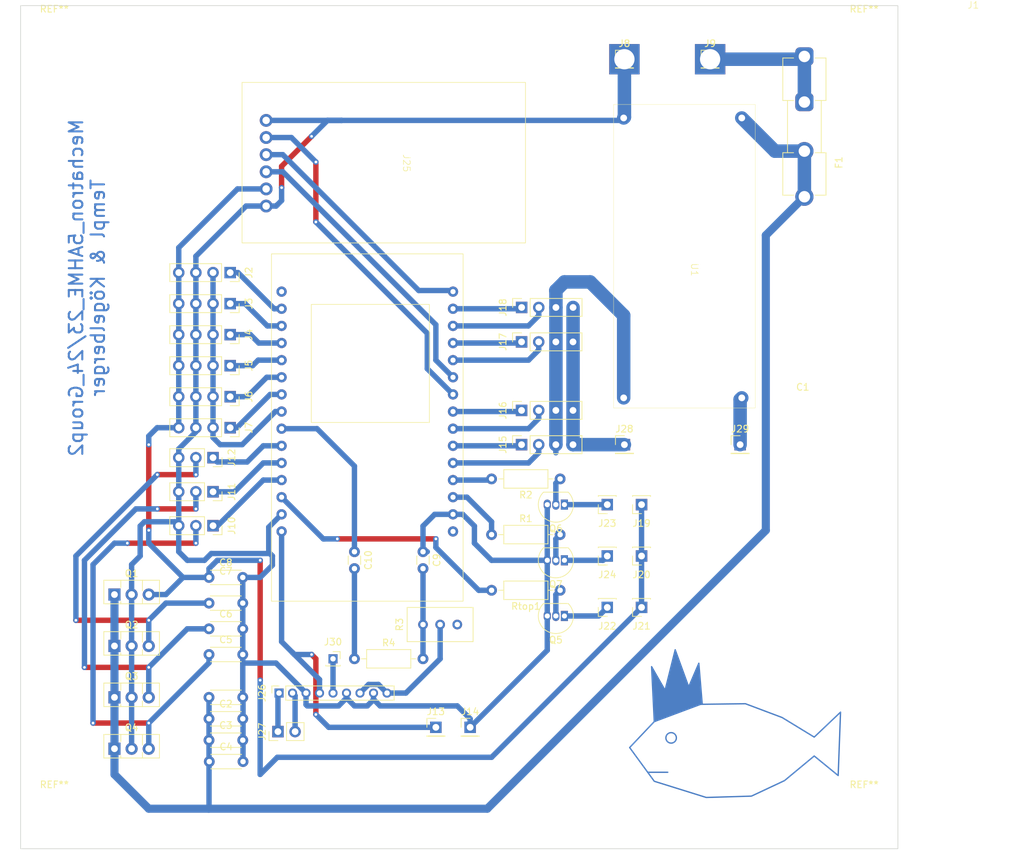
<source format=kicad_pcb>
(kicad_pcb (version 20221018) (generator pcbnew)
  (layers (0 "F.Cu" signal) (31 "B.Cu" signal) (34 "B.Paste" user) (35 "F.Paste" user) (36 "B.SilkS" user "B.Silkscreen") (37 "F.SilkS" user "F.Silkscreen") (38 "B.Mask" user) (39 "F.Mask" user) (44 "Edge.Cuts" user))
  (net 0 "")
  (net 1 "Net-(J11-Pin_2)")
  (net 2 "Net-(J10-Pin_2)")
  (net 3 "Net-(J12-Pin_2)")
  (net 4 "Net-(J22-Pin_1)")
  (net 5 "Net-(J23-Pin_1)")
  (net 6 "Net-(J10-Pin_3)")
  (net 7 "Net-(J24-Pin_1)")
  (net 8 "Net-(C9-Pad2)")
  (net 9 "Net-(C10-Pad1)")
  (net 10 "Net-(C10-Pad2)")
  (net 11 "Net-(J9-Pin_1)")
  (net 12 "Net-(Q1-C)")
  (net 14 "Net-(J2-Pin_1)")
  (net 15 "Net-(J3-Pin_1)")
  (net 17 "Net-(J4-Pin_1)")
  (net 18 "Net-(J5-Pin_1)")
  (net 19 "Net-(J6-Pin_1)")
  (net 20 "Net-(J7-Pin_1)")
  (net 21 "Net-(J2-Pin_2)")
  (net 22 "Net-(J12-Pin_1)")
  (net 23 "Net-(J11-Pin_1)")
  (net 24 "Net-(J10-Pin_1)")
  (net 25 "Net-(J1-Pad20)")
  (net 26 "Net-(J1-Pad21)")
  (net 27 "Net-(J1-Pad22)")
  (net 28 "Net-(J15-Pin_2)")
  (net 29 "Net-(J15-Pin_1)")
  (net 30 "Net-(J16-Pin_2)")
  (net 31 "Net-(J16-Pin_1)")
  (net 32 "Net-(J25-Pin_5)")
  (net 33 "Net-(J25-Pin_4)")
  (net 34 "Net-(J25-Pin_3)")
  (net 35 "Net-(J18-Pin_1)")
  (net 36 "Net-(J17-Pin_1)")
  (net 37 "Net-(J18-Pin_2)")
  (net 38 "Net-(J17-Pin_2)")
  (net 39 "Net-(J13-Pin_1)")
  (net 40 "Net-(J15-Pin_3)")
  (net 41 "Net-(J15-Pin_4)")
  (net 42 "Net-(J19-Pin_1)")
  (net 43 "Net-(J26-Pin_1)")
  (net 44 "Net-(J29-Pin_1)")
  (net 45 "Net-(Q5-B)")
  (net 46 "Net-(Q6-B)")
  (net 47 "Net-(Q7-B)")
  (net 48 "Net-(J26-Pin_2)")
  (net 49 "Net-(J26-Pin_5)")
  (net 50 "Net-(J26-Pin_7)")
  (footprint "Connector_PinSocket_2.54mm:PinSocket_1x01_P2.54mm_Vertical" (layer "F.Cu") (at 112.014 101.6 180)
    (fp_text reference "J20")
    (fp_text value "V_LED_1")
  )
  (footprint "Connector_PinSocket_2.54mm:PinSocket_1x01_P2.54mm_Vertical" (layer "F.Cu") (at 112.014 93.98 180)
    (fp_text reference "J19")
    (fp_text value "V_LED_2")
  )
  (footprint "Connector_PinSocket_2.54mm:PinSocket_1x04_P2.54mm_Vertical" (layer "F.Cu") (at 94.234 69.85 90)
    (fp_text reference "J17")
    (fp_text value "Motor_3")
  )
  (footprint "Connector_PinSocket_2.54mm:PinSocket_1x01_P2.54mm_Vertical" (layer "F.Cu") (at 106.934 93.98 180)
    (fp_text reference "J23")
    (fp_text value "GND_LED_2")
  )
  (footprint "Connector_PinHeader_2.54mm:PinHeader_1x02_P2.54mm_Vertical" (layer "F.Cu") (at 58.134 127.635 90)
    (fp_text reference "J27")
    (fp_text value "Speaker")
  )
  (footprint "Package_TO_SOT_THT:TO-92_Inline" (layer "F.Cu") (at 100.584 110.49 180)
    (fp_text reference "Q5")
    (fp_text value "LED_top")
  )
  (footprint "Connector_PinSocket_2.54mm:PinSocket_1x04_P2.54mm_Vertical" (layer "F.Cu") (at 94.234 85.09 90)
    (fp_text reference "J15")
    (fp_text value "Motor_1")
  )
  (footprint "Connector_PinSocket_2.54mm:PinSocket_1x04_P2.54mm_Vertical" (layer "F.Cu") (at 51.054 64.178 -90)
    (fp_text reference "J3")
    (fp_text value "Left_Front")
  )
  (footprint "Connector_PinSocket_2.54mm:PinSocket_1x04_P2.54mm_Vertical" (layer "F.Cu") (at 94.234 80.01 90)
    (fp_text reference "J16")
    (fp_text value "Motor_2")
  )
  (footprint "Package_TO_SOT_THT:TO-126-3_Vertical" (layer "F.Cu") (at 33.909 114.935)
    (fp_text reference "Q2")
    (fp_text value "LR_3")
  )
  (footprint "Capacitor_THT:C_Disc_D4.3mm_W1.9mm_P5.00mm" (layer "F.Cu") (at 47.919 125.73)
    (fp_text reference "C2")
    (fp_text value "C_Polarized")
  )
  (footprint "Resistor_THT:R_Axial_DIN0207_L6.3mm_D2.5mm_P10.16mm_Horizontal" (layer "F.Cu") (at 99.949 106.68 180)
    (fp_text reference "Rtop1")
    (fp_text value "R")
  )
  (footprint "MountingHole:MountingHole_3.5mm" (layer "F.Cu") (at 145 140)
    (fp_text reference "REF**")
    (fp_text value "MountingHole_3.5mm")
  )
  (footprint "Package_TO_SOT_THT:TO-126-3_Vertical" (layer "F.Cu") (at 33.909 130.175)
    (fp_text reference "Q4")
    (fp_text value "LR_1")
  )
  (footprint "Capacitor_THT:C_Disc_D4.3mm_W1.9mm_P5.00mm" (layer "F.Cu") (at 47.919 128.905)
    (fp_text reference "C3")
    (fp_text value "C_Polarized")
  )
  (footprint "Connector_PinSocket_2.54mm:PinSocket_1x03_P2.54mm_Vertical" (layer "F.Cu") (at 48.514 87.02 -90)
    (fp_text reference "J12")
    (fp_text value "Servo_3")
  )
  (footprint "Connector_PinSocket_2.54mm:PinSocket_1x03_P2.54mm_Vertical" (layer "F.Cu") (at 48.514 97.105 -90)
    (fp_text reference "J10")
    (fp_text value "Servo_1")
  )
  (footprint "Capacitor_THT:C_Disc_D4.3mm_W1.9mm_P5.00mm" (layer "F.Cu") (at 47.919 116.205)
    (fp_text reference "C5")
    (fp_text value "C_Polarized")
  )
  (footprint "Capacitor_THT:C_Disc_D4.3mm_W1.9mm_P5.00mm" (layer "F.Cu") (at 47.959 132.08)
    (fp_text reference "C4")
    (fp_text value "C_Polarized")
  )
  (footprint "MountingHole:MountingHole_3.5mm" (layer "F.Cu") (at 25 25)
    (fp_text reference "REF**")
    (fp_text value "MountingHole_3.5mm")
  )
  (footprint "Connector_PinSocket_2.54mm:PinSocket_1x04_P2.54mm_Vertical" (layer "F.Cu") (at 51.054 68.778 -90)
    (fp_text reference "J4")
    (fp_text value "Left_Back")
  )
  (footprint "Connector_PinHeader_2.54mm:PinHeader_1x01_P2.54mm_Vertical" (layer "F.Cu") (at 122.174 27.94)
    (fp_text reference "J9")
    (fp_text value "V_Battery_Switch")
  )
  (footprint "Connector_PinHeader_2.54mm:PinHeader_1x01_P2.54mm_Vertical" (layer "F.Cu") (at 81.534 127)
    (fp_text reference "J13")
    (fp_text value "V_ESP32")
  )
  (footprint "Connector_PinSocket_2.54mm:PinSocket_1x04_P2.54mm_Vertical" (layer "F.Cu") (at 51.054 73.378 -90)
    (fp_text reference "J5")
    (fp_text value "Back")
  )
  (footprint "Resistor_THT:R_Axial_DIN0207_L6.3mm_D2.5mm_P10.16mm_Horizontal" (layer "F.Cu") (at 69.469 116.84)
    (fp_text reference "R4")
    (fp_text value "R_Variable")
  )
  (footprint "Package_TO_SOT_THT:TO-92_Inline" (layer "F.Cu") (at 100.584 93.98 180)
    (fp_text reference "Q6")
    (fp_text value "LED_2")
  )
  (footprint "Connector_PinHeader_2.54mm:PinHeader_1x01_P2.54mm_Vertical" (layer "F.Cu") (at 126.619 85.09)
    (fp_text reference "J29")
    (fp_text value "Conn_01x01_Pin")
  )
  (footprint "Resistor_THT:R_Axial_DIN0207_L6.3mm_D2.5mm_P10.16mm_Horizontal" (layer "F.Cu") (at 99.949 90.17 180)
    (fp_text reference "R2")
    (fp_text value "R")
  )
  (footprint "Library:ESP32" (layer "F.Cu") (at 59.574 101.2)
    (fp_text reference "J1")
    (fp_text value "Conn_01x15_Socket")
  )
  (footprint "Library:Spannungsregler" (layer "F.Cu") (at 126.864 36.65 -90)
    (fp_text reference "U1")
    (fp_text value "~")
  )
  (footprint "Connector_PinSocket_2.54mm:PinSocket_1x01_P2.54mm_Vertical" (layer "F.Cu") (at 106.934 109.22 180)
    (fp_text reference "J22")
    (fp_text value "GND_LED_top")
  )
  (footprint "Resistor_THT:R_Axial_DIN0207_L6.3mm_D2.5mm_P10.16mm_Horizontal" (layer "F.Cu") (at 89.789 98.425)
    (fp_text reference "R1")
    (fp_text value "R")
  )
  (footprint "Capacitor_THT:C_Disc_D4.3mm_W1.9mm_P5.00mm" (layer "F.Cu") (at 47.919 122.555)
    (fp_text reference "C1")
    (fp_text value "C_Polarized")
  )
  (footprint "Capacitor_THT:C_Disc_D3.0mm_W1.6mm_P2.50mm" (layer "F.Cu") (at 79.629 100.965 -90)
    (fp_text reference "C9")
    (fp_text value "C")
  )
  (footprint "Package_TO_SOT_THT:TO-126-3_Vertical" (layer "F.Cu") (at 33.909 122.555)
    (fp_text reference "Q3")
    (fp_text value "LR_2")
  )
  (footprint "Capacitor_THT:C_Disc_D4.3mm_W1.9mm_P5.00mm" (layer "F.Cu") (at 47.919 108.585)
    (fp_text reference "C7")
    (fp_text value "C_Polarized")
  )
  (footprint "Connector_PinSocket_2.54mm:PinSocket_1x01_P2.54mm_Vertical" (layer "F.Cu") (at 112.014 109.22 180)
    (fp_text reference "J21")
    (fp_text value "V_LED_top")
  )
  (footprint "Capacitor_THT:C_Disc_D4.3mm_W1.9mm_P5.00mm" (layer "F.Cu") (at 47.919 104.775)
    (fp_text reference "C8")
    (fp_text value "C_Polarized")
  )
  (footprint "Package_TO_SOT_THT:TO-92_Inline" (layer "F.Cu") (at 100.584 102.235 180)
    (fp_text reference "Q7")
    (fp_text value "LED_1")
  )
  (footprint "Fuse:Fuseholder_Clip-5x20mm_Eaton_1A5601-01_Inline_P20.80x6.76mm_D1.70mm_Horizontal" (layer "F.Cu") (at 136.144 27.53 -90)
    (fp_text reference "F1")
    (fp_text value "Fuse")
  )
  (footprint "Connector_PinSocket_2.54mm:PinSocket_1x04_P2.54mm_Vertical" (layer "F.Cu") (at 51.054 59.578 -90)
    (fp_text reference "J2")
    (fp_text value "Front")
  )
  (footprint "Connector_PinSocket_2.54mm:PinSocket_1x03_P2.54mm_Vertical" (layer "F.Cu") (at 48.514 92.075 -90)
    (fp_text reference "J11")
    (fp_text value "Servo_2")
  )
  (footprint "Capacitor_THT:C_Disc_D4.3mm_W1.9mm_P5.00mm" (layer "F.Cu") (at 47.919 112.395)
    (fp_text reference "C6")
    (fp_text value "C_Polarized")
  )
  (footprint "Capacitor_THT:C_Disc_D3.0mm_W1.6mm_P2.50mm" (layer "F.Cu") (at 69.469 100.965 -90)
    (fp_text reference "C10")
    (fp_text value "C")
  )
  (footprint "Connector_PinSocket_2.00mm:PinSocket_1x01_P2.00mm_Vertical" (layer "F.Cu") (at 66.294 116.84)
    (fp_text reference "J30")
    (fp_text value "SW")
  )
  (footprint "Connector_PinHeader_2.54mm:PinHeader_1x01_P2.54mm_Vertical" (layer "F.Cu") (at 109.474 27.94)
    (fp_text reference "J8")
    (fp_text value "GND_Battery")
  )
  (footprint "Connector_PinSocket_2.54mm:PinSocket_1x04_P2.54mm_Vertical" (layer "F.Cu") (at 51.054 82.578 -90)
    (fp_text reference "J7")
    (fp_text value "Right_Front")
  )
  (footprint "Connector_PinSocket_2.54mm:PinSocket_1x01_P2.54mm_Vertical" (layer "F.Cu") (at 106.934 101.6 180)
    (fp_text reference "J24")
    (fp_text value "GND_LED_1")
  )
  (footprint "Connector_PinHeader_2.54mm:PinHeader_1x01_P2.54mm_Vertical" (layer "F.Cu") (at 86.614 127)
    (fp_text reference "J14")
    (fp_text value "GND_ESP32")
  )
  (footprint "MountingHole:MountingHole_3.5mm" (layer "F.Cu") (at 25 140)
    (fp_text reference "REF**")
    (fp_text value "MountingHole_3.5mm")
  )
  (footprint "MountingHole:MountingHole_3.5mm" (layer "F.Cu") (at 145 25)
    (fp_text reference "REF**")
    (fp_text value "MountingHole_3.5mm")
  )
  (footprint "Connector_PinSocket_2.54mm:PinSocket_1x04_P2.54mm_Vertical" (layer "F.Cu") (at 51.054 77.978 -90)
    (fp_text reference "J6")
    (fp_text value "Right_Back")
  )
  (footprint "Connector_PinHeader_2.54mm:PinHeader_1x01_P2.54mm_Vertical" (layer "F.Cu") (at 109.474 85.09)
    (fp_text reference "J28")
    (fp_text value "Conn_01x01_Pin")
  )
  (footprint "Connector_PinSocket_2.00mm:PinSocket_1x09_P2.00mm_Vertical" (layer "F.Cu") (at 58.294 121.92 90)
    (fp_text reference "J26")
    (fp_text value "AUDIOAMP")
  )
  (footprint "Potentiometer_THT:Potentiometer_Bourns_3386C_Horizontal" (layer "F.Cu") (at 79.629 111.76 90)
    (fp_text reference "R3")
    (fp_text value "R_Variable")
  )
  (footprint "Package_TO_SOT_THT:TO-126-3_Vertical" (layer "F.Cu") (at 33.909 107.315)
    (fp_text reference "Q1")
    (fp_text value "LR_LED_Sensors")
  )
  (footprint "Connector_PinSocket_2.54mm:PinSocket_1x04_P2.54mm_Vertical" (layer "F.Cu") (at 94.244 64.745 90)
    (fp_text reference "J18")
    (fp_text value "Motor_4")
  )
  (footprint "Library:SDcard_reader" (layer "F.Cu") (at 94.814 31.38 -90)
    (fp_text reference "J25")
    (fp_text value "SD-Card-Reader" hide)
  )
  (gr_poly (pts (xy 113.9 126.15) (xy 113.5 118) (xy 115.5 121.5) (xy 117 115.5) (xy 119 121) (xy 120.5 117.5) (xy 121 123.5)) (stroke (width 0.2)) (fill solid) (layer "B.Cu"))
  (gr_poly (pts (xy 110.25 130) (xy 113.9 126.15) (xy 119.6 123.6) (xy 127.4 123.5) (xy 132.85 125.55) (xy 137.6 128.45) (xy 141.5 124.75) (xy 141.15 134.15) (xy 137.6 131.25) (xy 133.2 134.9) (xy 128.3 137.2) (xy 121.6 137.4) (xy 113.9 135)) (stroke (width 0.2)) (fill none) (layer "B.Cu"))
  (gr_line (start 112.947428 133.664136) (end 115.897428 133.664136) (stroke (width 0.2)) (layer "B.Cu"))
  (gr_circle (center 119.047428 121.586319) (end 119.047428 121.586319) (stroke (width 0.2)) (fill none) (layer "B.Cu"))
  (gr_circle (center 116.397428 128.564136) (end 116.947428 128.014136) (stroke (width 0.2)) (fill none) (layer "B.Cu"))
  (gr_rect (start 20 20) (end 150 145) (stroke (width 0.1)) (fill none) (layer "Edge.Cuts"))
  (gr_text "Mechatron_5AHME_23/24_Group2\nTempl & Kögelberger" (at 32.62 61.83 90) (layer "B.Cu") (effects (font (size 2 2) (thickness 0.3) bold) (justify bottom mirror)))
  (segment (start 29.464 118.11) (end 38.989 118.11) (width 0.8) (layer "F.Cu") (net 1))
  (segment (start 40.259 94.615) (end 45.974 94.615) (width 0.8) (layer "F.Cu") (net 1))
  (via (at 29.464 118.11) (size 0.8) (drill 0.4) (layers "F.Cu" "B.Cu") (net 1))
  (via (at 45.974 94.615) (size 0.8) (drill 0.4) (layers "F.Cu" "B.Cu") (net 1))
  (via (at 38.989 118.11) (size 0.8) (drill 0.4) (layers "F.Cu" "B.Cu") (net 1))
  (via (at 40.259 94.615) (size 0.8) (drill 0.4) (layers "F.Cu" "B.Cu") (net 1))
  (segment (start 45.974 92.075) (end 45.974 94.615) (width 0.8) (layer "B.Cu") (net 1))
  (segment (start 47.919 112.395) (end 44.704 112.395) (width 0.8) (layer "B.Cu") (net 1))
  (segment (start 38.989 122.555) (end 38.989 118.11) (width 0.8) (layer "B.Cu") (net 1))
  (segment (start 37.084 94.615) (end 40.259 94.615) (width 0.8) (layer "B.Cu") (net 1))
  (segment (start 29.464 118.11) (end 29.464 102.235) (width 0.8) (layer "B.Cu") (net 1))
  (segment (start 29.464 102.235) (end 37.084 94.615) (width 0.8) (layer "B.Cu") (net 1))
  (segment (start 44.704 112.395) (end 38.989 118.11) (width 0.8) (layer "B.Cu") (net 1))
  (segment (start 30.734 126.365) (end 38.989 126.365) (width 0.8) (layer "F.Cu") (net 2))
  (segment (start 35.814 99.695) (end 45.974 99.695) (width 0.8) (layer "F.Cu") (net 2))
  (via (at 38.989 126.365) (size 0.8) (drill 0.4) (layers "F.Cu" "B.Cu") (net 2))
  (via (at 35.814 99.695) (size 0.8) (drill 0.4) (layers "F.Cu" "B.Cu") (net 2))
  (via (at 45.974 99.695) (size 0.8) (drill 0.4) (layers "F.Cu" "B.Cu") (net 2))
  (via (at 30.734 126.365) (size 0.8) (drill 0.4) (layers "F.Cu" "B.Cu") (net 2))
  (segment (start 30.734 102.87) (end 33.909 99.695) (width 0.8) (layer "B.Cu") (net 2))
  (segment (start 33.909 99.695) (end 35.814 99.695) (width 0.8) (layer "B.Cu") (net 2))
  (segment (start 38.989 130.175) (end 38.989 126.365) (width 0.8) (layer "B.Cu") (net 2))
  (segment (start 30.734 126.365) (end 30.734 102.87) (width 0.8) (layer "B.Cu") (net 2))
  (segment (start 47.919 117.435) (end 38.989 126.365) (width 0.8) (layer "B.Cu") (net 2))
  (segment (start 47.919 116.205) (end 47.919 117.435) (width 0.8) (layer "B.Cu") (net 2))
  (segment (start 45.974 97.105) (end 45.974 99.695) (width 0.8) (layer "B.Cu") (net 2))
  (segment (start 40.259 89.535) (end 45.974 89.535) (width 0.8) (layer "F.Cu") (net 3))
  (segment (start 28.194 111.125) (end 38.989 111.125) (width 0.8) (layer "F.Cu") (net 3))
  (via (at 28.194 111.125) (size 0.8) (drill 0.4) (layers "F.Cu" "B.Cu") (net 3))
  (via (at 38.989 111.125) (size 0.8) (drill 0.4) (layers "F.Cu" "B.Cu") (net 3))
  (via (at 45.974 89.535) (size 0.8) (drill 0.4) (layers "F.Cu" "B.Cu") (net 3))
  (via (at 40.259 89.535) (size 0.8) (drill 0.4) (layers "F.Cu" "B.Cu") (net 3))
  (segment (start 41.529 108.585) (end 38.989 111.125) (width 0.8) (layer "B.Cu") (net 3))
  (segment (start 40.259 89.535) (end 28.194 101.6) (width 0.8) (layer "B.Cu") (net 3))
  (segment (start 47.919 108.585) (end 41.529 108.585) (width 0.8) (layer "B.Cu") (net 3))
  (segment (start 38.989 114.935) (end 38.989 111.125) (width 0.8) (layer "B.Cu") (net 3))
  (segment (start 28.194 101.6) (end 28.194 111.125) (width 0.8) (layer "B.Cu") (net 3))
  (segment (start 45.974 87.02) (end 45.974 89.535) (width 0.8) (layer "B.Cu") (net 3))
  (segment (start 105.664 110.49) (end 106.934 109.22) (width 0.8) (layer "B.Cu") (net 4))
  (segment (start 100.584 110.49) (end 105.664 110.49) (width 0.8) (layer "B.Cu") (net 4))
  (segment (start 100.584 93.98) (end 106.934 93.98) (width 0.8) (layer "B.Cu") (net 5))
  (segment (start 63.119 39.37) (end 58.674 43.815) (width 0.8) (layer "F.Cu") (net 6))
  (segment (start 58.674 43.815) (end 58.674 46.99) (width 0.8) (layer "F.Cu") (net 6))
  (via (at 58.674 46.99) (size 0.8) (drill 0.4) (layers "F.Cu" "B.Cu") (net 6))
  (via (at 63.119 39.37) (size 0.8) (drill 0.4) (layers "F.Cu" "B.Cu") (net 6))
  (segment (start 79.629 100.965) (end 80.264 100.965) (width 0.8) (layer "B.Cu") (net 6))
  (segment (start 52.959 122.595) (end 52.919 122.555) (width 0.8) (layer "B.Cu") (net 6))
  (segment (start 84.074 95.42) (end 85.514 95.42) (width 0.8) (layer "B.Cu") (net 6))
  (segment (start 71.374 123.825) (end 69.469 123.825) (width 0.8) (layer "B.Cu") (net 6))
  (segment (start 44.704 102.235) (end 47.244 102.235) (width 0.8) (layer "B.Cu") (net 6))
  (segment (start 68.294 122.65) (end 68.294 121.92) (width 0.8) (layer "B.Cu") (net 6))
  (segment (start 43.434 97.105) (end 42.849 96.52) (width 0.8) (layer "B.Cu") (net 6))
  (segment (start 43.434 100.965) (end 43.434 97.105) (width 0.8) (layer "B.Cu") (net 6))
  (segment (start 89.789 102.235) (end 98.044 102.235) (width 0.8) (layer "B.Cu") (net 6))
  (segment (start 56.769 97.325) (end 56.769 101.057) (width 0.8) (layer "B.Cu") (net 6))
  (segment (start 36.449 114.935) (end 36.449 108.585) (width 0.8) (layer "B.Cu") (net 6))
  (segment (start 67.564 37.01) (end 65.479 37.01) (width 0.8) (layer "B.Cu") (net 6))
  (segment (start 81.364 95.42) (end 84.074 95.42) (width 0.8) (layer "B.Cu") (net 6))
  (segment (start 62.484 123.825) (end 67.119 123.825) (width 0.8) (layer "B.Cu") (net 6))
  (segment (start 62.294 123.635) (end 62.484 123.825) (width 0.8) (layer "B.Cu") (net 6))
  (segment (start 65.479 37.01) (end 63.119 39.37) (width 0.8) (layer "B.Cu") (net 6))
  (segment (start 45.974 57.15) (end 53.414 49.71) (width 0.8) (layer "B.Cu") (net 6))
  (segment (start 52.919 122.555) (end 52.919 116.205) (width 0.8) (layer "B.Cu") (net 6))
  (segment (start 45.974 59.578) (end 45.974 57.15) (width 0.8) (layer "B.Cu") (net 6))
  (segment (start 86.614 125.73) (end 84.709 123.825) (width 0.8) (layer "B.Cu") (net 6))
  (segment (start 47.244 102.235) (end 48.244 101.235) (width 0.8) (layer "B.Cu") (net 6))
  (segment (start 52.919 116.205) (end 52.919 104.775) (width 0.8) (layer "B.Cu") (net 6))
  (segment (start 86.614 127) (end 86.614 125.73) (width 0.8) (layer "B.Cu") (net 6))
  (segment (start 84.709 123.825) (end 73.279 123.825) (width 0.8) (layer "B.Cu") (net 6))
  (segment (start 43.434 85.725) (end 45.974 83.185) (width 0.8) (layer "B.Cu") (net 6))
  (segment (start 79.629 97.155) (end 81.364 95.42) (width 0.8) (layer "B.Cu") (net 6))
  (segment (start 57.849 117.475) (end 52.919 117.475) (width 0.8) (layer "B.Cu") (net 6))
  (segment (start 43.434 87.02) (end 43.434 85.725) (width 0.8) (layer "B.Cu") (net 6))
  (segment (start 45.974 83.185) (end 45.974 82.578) (width 0.8) (layer "B.Cu") (net 6))
  (segment (start 36.449 130.175) (end 36.449 114.935) (width 0.8) (layer "B.Cu") (net 6))
  (segment (start 72.294 122.84) (end 72.294 122.905) (width 0.8) (layer "B.Cu") (net 6))
  (segment (start 79.629 100.965) (end 79.629 97.155) (width 0.8) (layer "B.Cu") (net 6))
  (segment (start 62.294 121.92) (end 62.294 123.635) (width 0.8) (layer "B.Cu") (net 6))
  (segment (start 109.474 27.94) (end 109.474 36.54) (width 2) (layer "B.Cu") (net 6))
  (segment (start 43.434 97.105) (end 43.434 87.02) (width 0.8) (layer "B.Cu") (net 6))
  (segment (start 98.044 93.98) (end 98.044 110.49) (width 0.8) (layer "B.Cu") (net 6))
  (segment (start 57.859 49.71) (end 58.039 49.53) (width 0.8) (layer "B.Cu") (net 6))
  (segment (start 42.849 96.52) (end 38.354 96.52) (width 0.8) (layer "B.Cu") (net 6))
  (segment (start 67.564 37.01) (end 109.004 37.01) (width 0.8) (layer "B.Cu") (net 6))
  (segment (start 58.674 95.42) (end 56.769 97.325) (width 0.8) (layer "B.Cu") (net 6))
  (segment (start 98.044 115.57) (end 98.044 110.49) (width 0.8) (layer "B.Cu") (net 6))
  (segment (start 87.249 97.155) (end 87.249 99.695) (width 0.8) (layer "B.Cu") (net 6))
  (segment (start 58.039 49.53) (end 58.674 48.895) (width 0.8) (layer "B.Cu") (net 6))
  (segment (start 48.244 101.235) (end 56.947 101.235) (width 0.8) (layer "B.Cu") (net 6))
  (segment (start 56.947 101.235) (end 57.312 101.6) (width 0.8) (layer "B.Cu") (net 6))
  (segment (start 57.312 102.962) (end 55.499 104.775) (width 0.8) (layer "B.Cu") (net 6))
  (segment (start 109.004 37.01) (end 109.364 36.65) (width 0.8) (layer "B.Cu") (net 6))
  (segment (start 87.249 99.695) (end 89.789 102.235) (width 0.8) (layer "B.Cu") (net 6))
  (segment (start 72.294 122.905) (end 71.374 123.825) (width 0.8) (layer "B.Cu") (net 6))
  (segment (start 55.499 104.775) (end 52.919 104.775) (width 0.8) (layer "B.Cu") (net 6))
  (segment (start 72.294 121.92) (end 72.294 122.84) (width 0.8) (layer "B.Cu") (net 6))
  (segment (start 43.434 100.965) (end 44.704 102.235) (width 0.8) (layer "B.Cu") (net 6))
  (segment (start 56.769 101.057) (end 57.312 101.6) (width 0.8) (layer "B.Cu") (net 6))
  (segment (start 56.384 37.01) (end 67.564 37.01) (width 0.8) (layer "B.Cu") (net 6))
  (segment (start 86.614 126.365) (end 86.614 127) (width 0.8) (layer "B.Cu") (net 6))
  (segment (start 57.312 101.6) (end 57.312 102.962) (width 0.8) (layer "B.Cu") (net 6))
  (segment (start 85.514 95.42) (end 87.249 97.155) (width 0.8) (layer "B.Cu") (net 6))
  (segment (start 36.449 102.87) (end 36.449 107.315) (width 0.8) (layer "B.Cu") (net 6))
  (segment (start 52.959 132.08) (end 52.959 122.595) (width 0.8) (layer "B.Cu") (net 6))
  (segment (start 73.279 123.825) (end 72.294 122.84) (width 0.8) (layer "B.Cu") (net 6))
  (segment (start 67.119 123.825) (end 68.294 122.65) (width 0.8) (layer "B.Cu") (net 6))
  (segment (start 69.469 123.825) (end 68.294 122.65) (width 0.8) (layer "B.Cu") (net 6))
  (segment (start 38.354 96.52) (end 37.719 97.155) (width 0.8) (layer "B.Cu") (net 6))
  (segment (start 45.974 59.578) (end 45.974 82.578) (width 0.8) (layer "B.Cu") (net 6))
  (segment (start 58.674 48.895) (end 58.674 46.99) (width 0.8) (layer "B.Cu") (net 6))
  (segment (start 62.294 121.92) (end 57.849 117.475) (width 0.8) (layer "B.Cu") (net 6))
  (segment (start 36.449 108.585) (end 36.449 107.315) (width 0.8) (layer "B.Cu") (net 6))
  (segment (start 37.719 97.155) (end 37.719 101.6) (width 0.8) (layer "B.Cu") (net 6))
  (segment (start 109.474 36.54) (end 109.364 36.65) (width 2) (layer "B.Cu") (net 6))
  (segment (start 37.719 101.6) (end 36.449 102.87) (width 0.8) (layer "B.Cu") (net 6))
  (segment (start 86.614 127) (end 98.044 115.57) (width 0.8) (layer "B.Cu") (net 6))
  (segment (start 53.414 49.71) (end 56.384 49.71) (width 0.8) (layer "B.Cu") (net 6))
  (segment (start 56.384 49.71) (end 57.859 49.71) (width 0.8) (layer "B.Cu") (net 6))
  (segment (start 100.584 102.235) (end 106.299 102.235) (width 0.8) (layer "B.Cu") (net 7))
  (segment (start 106.299 102.235) (end 106.934 101.6) (width 0.8) (layer "B.Cu") (net 7))
  (segment (start 79.629 111.76) (end 79.629 103.465) (width 0.8) (layer "B.Cu") (net 8))
  (segment (start 79.629 116.84) (end 79.629 111.76) (width 0.8) (layer "B.Cu") (net 8))
  (segment (start 69.469 88.265) (end 63.924 82.72) (width 0.8) (layer "B.Cu") (net 9))
  (segment (start 63.924 82.72) (end 58.674 82.72) (width 0.8) (layer "B.Cu") (net 9))
  (segment (start 69.469 100.965) (end 69.469 88.265) (width 0.8) (layer "B.Cu") (net 9))
  (segment (start 69.469 103.465) (end 69.469 116.84) (width 0.8) (layer "B.Cu") (net 10))
  (segment (start 135.734 27.94) (end 136.144 27.53) (width 2) (layer "B.Cu") (net 11))
  (segment (start 136.144 34.29) (end 136.144 27.53) (width 2) (layer "B.Cu") (net 11))
  (segment (start 122.174 27.94) (end 135.734 27.94) (width 2) (layer "B.Cu") (net 11))
  (segment (start 130.429 97.79) (end 130.429 54.045) (width 1.2) (layer "B.Cu") (net 12))
  (segment (start 136.144 41.57) (end 136.144 48.33) (width 2) (layer "B.Cu") (net 12))
  (segment (start 130.429 54.045) (end 136.144 48.33) (width 1.2) (layer "B.Cu") (net 12))
  (segment (start 47.919 139.025) (end 47.919 122.555) (width 0.8) (layer "B.Cu") (net 12))
  (segment (start 33.909 107.315) (end 33.909 117.475) (width 1.2) (layer "B.Cu") (net 12))
  (segment (start 131.784 41.57) (end 126.864 36.65) (width 2) (layer "B.Cu") (net 12))
  (segment (start 47.879 139.065) (end 89.154 139.065) (width 1.2) (layer "B.Cu") (net 12))
  (segment (start 33.909 133.985) (end 38.989 139.065) (width 1.2) (layer "B.Cu") (net 12))
  (segment (start 136.214 48.26) (end 136.144 48.33) (width 1.2) (layer "B.Cu") (net 12))
  (segment (start 33.909 117.475) (end 33.909 130.175) (width 1.2) (layer "B.Cu") (net 12))
  (segment (start 47.879 139.065) (end 47.919 139.025) (width 0.8) (layer "B.Cu") (net 12))
  (segment (start 38.989 139.065) (end 47.879 139.065) (width 1.2) (layer "B.Cu") (net 12))
  (segment (start 89.154 139.065) (end 130.429 97.79) (width 1.2) (layer "B.Cu") (net 12))
  (segment (start 33.909 130.175) (end 33.909 133.985) (width 1.2) (layer "B.Cu") (net 12))
  (segment (start 136.144 41.57) (end 131.784 41.57) (width 2) (layer "B.Cu") (net 12))
  (segment (start 57.574 64.94) (end 52.212 59.578) (width 0.8) (layer "B.Cu") (net 14))
  (segment (start 51.054 59.578) (end 52.212 59.578) (width 0.8) (layer "B.Cu") (net 14))
  (segment (start 58.674 64.94) (end 57.574 64.94) (width 0.8) (layer "B.Cu") (net 14))
  (segment (start 53.256 64.178) (end 56.558 67.48) (width 0.8) (layer "B.Cu") (net 15))
  (segment (start 56.558 67.48) (end 58.674 67.48) (width 0.8) (layer "B.Cu") (net 15))
  (segment (start 50.8 64.178) (end 53.256 64.178) (width 0.8) (layer "B.Cu") (net 15))
  (segment (start 54.046 68.778) (end 50.8 68.778) (width 0.8) (layer "B.Cu") (net 17))
  (segment (start 58.674 70.02) (end 55.288 70.02) (width 0.8) (layer "B.Cu") (net 17))
  (segment (start 55.288 70.02) (end 54.046 68.778) (width 0.8) (layer "B.Cu") (net 17))
  (segment (start 50.8 73.378) (end 54.384 73.378) (width 0.8) (layer "B.Cu") (net 18))
  (segment (start 54.384 73.378) (end 55.202 72.56) (width 0.8) (layer "B.Cu") (net 18))
  (segment (start 55.202 72.56) (end 58.674 72.56) (width 0.8) (layer "B.Cu") (net 18))
  (segment (start 53.594 77.978) (end 56.472 75.1) (width 0.8) (layer "B.Cu") (net 19))
  (segment (start 56.472 75.1) (end 58.674 75.1) (width 0.8) (layer "B.Cu") (net 19))
  (segment (start 50.8 77.978) (end 53.594 77.978) (width 0.8) (layer "B.Cu") (net 19))
  (segment (start 52.042 82.578) (end 51.054 82.578) (width 0.8) (layer "B.Cu") (net 20))
  (segment (start 52.042 82.578) (end 56.98 77.64) (width 0.8) (layer "B.Cu") (net 20))
  (segment (start 56.98 77.64) (end 58.674 77.64) (width 0.8) (layer "B.Cu") (net 20))
  (segment (start 48.514 82.578) (end 48.514 84.034081) (width 0.8) (layer "B.Cu") (net 21))
  (segment (start 57.742 80.18) (end 58.674 80.18) (width 0.8) (layer "B.Cu") (net 21))
  (segment (start 49.569919 85.09) (end 52.832 85.09) (width 0.8) (layer "B.Cu") (net 21))
  (segment (start 48.514 59.578) (end 48.514 82.578) (width 0.8) (layer "B.Cu") (net 21))
  (segment (start 48.514 84.034081) (end 49.569919 85.09) (width 0.8) (layer "B.Cu") (net 21))
  (segment (start 52.832 85.09) (end 57.742 80.18) (width 0.8) (layer "B.Cu") (net 21))
  (segment (start 53.569 87.655) (end 55.964 85.26) (width 0.8) (layer "B.Cu") (net 22))
  (segment (start 49.149 87.655) (end 53.569 87.655) (width 0.8) (layer "B.Cu") (net 22))
  (segment (start 55.964 85.26) (end 58.674 85.26) (width 0.8) (layer "B.Cu") (net 22))
  (segment (start 48.514 87.02) (end 49.149 87.655) (width 0.8) (layer "B.Cu") (net 22))
  (segment (start 51.689 92.075) (end 55.964 87.8) (width 0.8) (layer "B.Cu") (net 23))
  (segment (start 55.964 87.8) (end 58.674 87.8) (width 0.8) (layer "B.Cu") (net 23))
  (segment (start 48.514 92.075) (end 51.689 92.075) (width 0.8) (layer "B.Cu") (net 23))
  (segment (start 55.964 90.34) (end 49.199 97.105) (width 0.8) (layer "B.Cu") (net 24))
  (segment (start 49.199 97.105) (end 48.514 97.105) (width 0.8) (layer "B.Cu") (net 24))
  (segment (start 55.964 90.34) (end 58.674 90.34) (width 0.8) (layer "B.Cu") (net 24))
  (segment (start 66.929 99.06) (end 81.534 99.06) (width 0.8) (layer "F.Cu") (net 25))
  (via (at 66.929 99.06) (size 0.8) (drill 0.4) (layers "F.Cu" "B.Cu") (net 25))
  (via (at 81.534 99.06) (size 0.8) (drill 0.4) (layers "F.Cu" "B.Cu") (net 25))
  (segment (start 89.789 106.68) (end 87.884 106.68) (width 0.8) (layer "B.Cu") (net 25))
  (segment (start 64.854 99.06) (end 65.024 99.06) (width 0.8) (layer "B.Cu") (net 25))
  (segment (start 58.674 92.88) (end 64.854 99.06) (width 0.8) (layer "B.Cu") (net 25))
  (segment (start 65.024 99.06) (end 66.929 99.06) (width 0.8) (layer "B.Cu") (net 25))
  (segment (start 81.534 100.33) (end 81.534 99.06) (width 0.8) (layer "B.Cu") (net 25))
  (segment (start 87.884 106.68) (end 81.534 100.33) (width 0.8) (layer "B.Cu") (net 25))
  (segment (start 86.149 92.88) (end 89.789 96.52) (width 0.8) (layer "B.Cu") (net 26))
  (segment (start 89.789 96.52) (end 89.789 98.425) (width 0.8) (layer "B.Cu") (net 26))
  (segment (start 84.074 92.88) (end 86.149 92.88) (width 0.8) (layer "B.Cu") (net 26))
  (segment (start 84.074 90.34) (end 89.619 90.34) (width 0.8) (layer "B.Cu") (net 27))
  (segment (start 89.619 90.34) (end 89.789 90.17) (width 0.8) (layer "B.Cu") (net 27))
  (segment (start 84.074 87.8) (end 95.266081 87.8) (width 0.8) (layer "B.Cu") (net 28))
  (segment (start 96.774 86.292081) (end 96.774 85.09) (width 0.8) (layer "B.Cu") (net 28))
  (segment (start 95.266081 87.8) (end 96.774 86.292081) (width 0.8) (layer "B.Cu") (net 28))
  (segment (start 84.074 85.26) (end 94.064 85.26) (width 0.8) (layer "B.Cu") (net 29))
  (segment (start 94.064 85.26) (end 94.234 85.09) (width 0.8) (layer "B.Cu") (net 29))
  (segment (start 96.774 81.212081) (end 96.774 80.01) (width 0.8) (layer "B.Cu") (net 30))
  (segment (start 84.074 82.72) (end 95.266081 82.72) (width 0.8) (layer "B.Cu") (net 30))
  (segment (start 95.266081 82.72) (end 96.774 81.212081) (width 0.8) (layer "B.Cu") (net 30))
  (segment (start 94.064 80.18) (end 94.234 80.01) (width 0.8) (layer "B.Cu") (net 31))
  (segment (start 84.074 80.18) (end 94.064 80.18) (width 0.8) (layer "B.Cu") (net 31))
  (segment (start 63.754 43.18) (end 63.754 52.07) (width 0.8) (layer "F.Cu") (net 32))
  (via (at 63.754 52.07) (size 0.8) (drill 0.4) (layers "F.Cu" "B.Cu") (net 32))
  (via (at 63.754 43.18) (size 0.8) (drill 0.4) (layers "F.Cu" "B.Cu") (net 32))
  (segment (start 56.384 39.55) (end 60.124 39.55) (width 0.8) (layer "B.Cu") (net 32))
  (segment (start 60.124 39.55) (end 63.754 43.18) (width 0.8) (layer "B.Cu") (net 32))
  (segment (start 84.074 77.64) (end 80.264 73.83) (width 0.8) (layer "B.Cu") (net 32))
  (segment (start 80.264 68.58) (end 63.754 52.07) (width 0.8) (layer "B.Cu") (net 32))
  (segment (start 80.264 73.83) (end 80.264 68.58) (width 0.8) (layer "B.Cu") (net 32))
  (segment (start 78.994 62.23) (end 58.854 42.09) (width 0.8) (layer "B.Cu") (net 33))
  (segment (start 84.074 62.4) (end 83.904 62.23) (width 0.8) (layer "B.Cu") (net 33))
  (segment (start 83.904 62.23) (end 78.994 62.23) (width 0.8) (layer "B.Cu") (net 33))
  (segment (start 58.854 42.09) (end 56.384 42.09) (width 0.8) (layer "B.Cu") (net 33))
  (segment (start 56.384 44.63) (end 58.854 44.63) (width 0.8) (layer "B.Cu") (net 34))
  (segment (start 81.534 72.56) (end 84.074 75.1) (width 0.8) (layer "B.Cu") (net 34))
  (segment (start 81.534 67.31) (end 81.534 72.56) (width 0.8) (layer "B.Cu") (net 34))
  (segment (start 58.854 44.63) (end 81.534 67.31) (width 0.8) (layer "B.Cu") (net 34))
  (segment (start 94.049 64.94) (end 94.244 64.745) (width 0.8) (layer "B.Cu") (net 35))
  (segment (start 84.074 64.94) (end 94.049 64.94) (width 0.8) (layer "B.Cu") (net 35))
  (segment (start 84.074 70.02) (end 94.064 70.02) (width 0.8) (layer "B.Cu") (net 36))
  (segment (start 94.064 70.02) (end 94.234 69.85) (width 0.8) (layer "B.Cu") (net 36))
  (segment (start 95.251081 67.48) (end 96.784 65.947081) (width 0.8) (layer "B.Cu") (net 37))
  (segment (start 84.074 67.48) (end 95.251081 67.48) (width 0.8) (layer "B.Cu") (net 37))
  (segment (start 96.784 65.947081) (end 96.784 64.745) (width 0.8) (layer "B.Cu") (net 37))
  (segment (start 84.074 72.56) (end 95.266081 72.56) (width 0.8) (layer "B.Cu") (net 38))
  (segment (start 95.266081 72.56) (end 96.774 71.052081) (width 0.8) (layer "B.Cu") (net 38))
  (segment (start 96.774 71.052081) (end 96.774 69.85) (width 0.8) (layer "B.Cu") (net 38))
  (segment (start 63.754 125.095) (end 63.754 116.84) (width 0.8) (layer "F.Cu") (net 39))
  (segment (start 63.754 116.84) (end 63.119 116.205) (width 0.8) (layer "F.Cu") (net 39))
  (via (at 63.754 125.095) (size 0.8) (drill 0.4) (layers "F.Cu" "B.Cu") (net 39))
  (via (at 63.119 116.205) (size 0.8) (drill 0.4) (layers "F.Cu" "B.Cu") (net 39))
  (segment (start 58.674 114.3) (end 58.674 97.96) (width 0.8) (layer "B.Cu") (net 39))
  (segment (start 60.2615 115.8875) (end 60.579 116.205) (width 0.8) (layer "B.Cu") (net 39))
  (segment (start 64.294 121.92) (end 64.294 119.92) (width 0.8) (layer "B.Cu") (net 39))
  (segment (start 81.534 127) (end 65.659 127) (width 0.8) (layer "B.Cu") (net 39))
  (segment (start 60.2615 115.8875) (end 58.674 114.3) (width 0.8) (layer "B.Cu") (net 39))
  (segment (start 64.294 119.92) (end 60.2615 115.8875) (width 0.8) (layer "B.Cu") (net 39))
  (segment (start 60.579 116.205) (end 63.119 116.205) (width 0.8) (layer "B.Cu") (net 39))
  (segment (start 65.659 127) (end 63.754 125.095) (width 0.8) (layer "B.Cu") (net 39))
  (segment (start 104.394 60.96) (end 100.584 60.96) (width 2) (layer "B.Cu") (net 40))
  (segment (start 99.324 64.745) (end 99.324 85.08) (width 2) (layer "B.Cu") (net 40))
  (segment (start 109.364 78.15) (end 109.364 65.93) (width 2) (layer "B.Cu") (net 40))
  (segment (start 99.314 62.23) (end 99.324 62.24) (width 2) (layer "B.Cu") (net 40))
  (segment (start 99.324 62.24) (end 99.324 64.745) (width 2) (layer "B.Cu") (net 40))
  (segment (start 100.584 60.96) (end 99.314 62.23) (width 2) (layer "B.Cu") (net 40))
  (segment (start 109.364 65.93) (end 104.394 60.96) (width 2) (layer "B.Cu") (net 40))
  (segment (start 99.314 85.09) (end 99.314 86.292081) (width 0.8) (layer "B.Cu") (net 40))
  (segment (start 99.324 85.08) (end 99.314 85.09) (width 2) (layer "B.Cu") (net 40))
  (segment (start 109.474 85.09) (end 101.854 85.09) (width 2) (layer "B.Cu") (net 41))
  (segment (start 101.864 85.08) (end 101.854 85.09) (width 2) (layer "B.Cu") (net 41))
  (segment (start 101.864 64.745) (end 101.864 85.08) (width 2) (layer "B.Cu") (net 41))
  (segment (start 55.499 102.235) (end 55.499 120.015) (width 0.8) (layer "F.Cu") (net 42))
  (segment (start 38.989 85.09) (end 38.989 97.79) (width 0.8) (layer "F.Cu") (net 42))
  (via (at 55.499 120.015) (size 0.8) (drill 0.4) (layers "F.Cu" "B.Cu") (net 42))
  (via (at 38.989 85.09) (size 0.8) (drill 0.4) (layers "F.Cu" "B.Cu") (net 42))
  (via (at 38.989 97.79) (size 0.8) (drill 0.4) (layers "F.Cu" "B.Cu") (net 42))
  (via (at 55.499 102.235) (size 0.8) (drill 0.4) (layers "F.Cu" "B.Cu") (net 42))
  (segment (start 48.514 102.87) (end 49.149 102.235) (width 0.8) (layer "B.Cu") (net 42))
  (segment (start 43.434 82.578) (end 40.231 82.578) (width 0.8) (layer "B.Cu") (net 42))
  (segment (start 47.919 104.775) (end 47.919 103.465) (width 0.8) (layer "B.Cu") (net 42))
  (segment (start 43.434 59.578) (end 43.434 55.88) (width 0.8) (layer "B.Cu") (net 42))
  (segment (start 55.499 133.985) (end 58.039 131.445) (width 0.8) (layer "B.Cu") (net 42))
  (segment (start 112.014 109.22) (end 112.014 93.98) (width 0.8) (layer "B.Cu") (net 42))
  (segment (start 38.989 83.82) (end 38.989 85.09) (width 0.8) (layer "B.Cu") (net 42))
  (segment (start 44.069 104.775) (end 38.989 99.695) (width 0.8) (layer "B.Cu") (net 42))
  (segment (start 49.149 102.235) (end 55.499 102.235) (width 0.8) (layer "B.Cu") (net 42))
  (segment (start 52.144 47.17) (end 56.384 47.17) (width 0.8) (layer "B.Cu") (net 42))
  (segment (start 55.499 120.015) (end 55.499 133.985) (width 0.8) (layer "B.Cu") (net 42))
  (segment (start 47.919 103.465) (end 48.514 102.87) (width 0.8) (layer "B.Cu") (net 42))
  (segment (start 58.039 131.445) (end 89.789 131.445) (width 0.8) (layer "B.Cu") (net 42))
  (segment (start 41.529 107.315) (end 44.069 104.775) (width 0.8) (layer "B.Cu") (net 42))
  (segment (start 38.989 107.315) (end 41.529 107.315) (width 0.8) (layer "B.Cu") (net 42))
  (segment (start 38.989 99.695) (end 38.989 97.79) (width 0.8) (layer "B.Cu") (net 42))
  (segment (start 43.434 55.88) (end 52.144 47.17) (width 0.8) (layer "B.Cu") (net 42))
  (segment (start 89.789 131.445) (end 112.014 109.22) (width 0.8) (layer "B.Cu") (net 42))
  (segment (start 40.231 82.578) (end 38.989 83.82) (width 0.8) (layer "B.Cu") (net 42))
  (segment (start 44.069 104.775) (end 47.919 104.775) (width 0.8) (layer "B.Cu") (net 42))
  (segment (start 43.434 59.578) (end 43.434 82.578) (width 0.8) (layer "B.Cu") (net 42))
  (segment (start 58.134 127.635) (end 58.134 122.08) (width 0.8) (layer "B.Cu") (net 43))
  (segment (start 58.134 122.08) (end 58.294 121.92) (width 0.8) (layer "B.Cu") (net 43))
  (segment (start 126.619 85.09) (end 126.619 78.395) (width 2) (layer "B.Cu") (net 44))
  (segment (start 126.619 78.395) (end 126.864 78.15) (width 2) (layer "B.Cu") (net 44))
  (segment (start 99.314 110.49) (end 99.314 107.315) (width 0.8) (layer "B.Cu") (net 45))
  (segment (start 99.314 107.315) (end 99.949 106.68) (width 0.8) (layer "B.Cu") (net 45))
  (segment (start 99.314 93.98) (end 99.314 90.805) (width 0.8) (layer "B.Cu") (net 46))
  (segment (start 99.314 90.805) (end 99.949 90.17) (width 0.8) (layer "B.Cu") (net 46))
  (segment (start 99.314 102.235) (end 99.314 99.06) (width 0.8) (layer "B.Cu") (net 47))
  (segment (start 99.314 99.06) (end 99.949 98.425) (width 0.8) (layer "B.Cu") (net 47))
  (segment (start 60.674 122.3) (end 60.294 121.92) (width 0.8) (layer "B.Cu") (net 48))
  (segment (start 60.674 127.635) (end 60.674 122.3) (width 0.8) (layer "B.Cu") (net 48))
  (segment (start 66.294 121.92) (end 66.294 116.84) (width 0.8) (layer "B.Cu") (net 49))
  (segment (start 70.294 121.92) (end 71.569 120.645) (width 0.8) (layer "B.Cu") (net 50))
  (segment (start 82.169 111.76) (end 82.169 116.84) (width 0.8) (layer "B.Cu") (net 50))
  (segment (start 73.019 120.645) (end 74.294 121.92) (width 0.8) (layer "B.Cu") (net 50))
  (segment (start 82.169 116.84) (end 77.089 121.92) (width 0.8) (layer "B.Cu") (net 50))
  (segment (start 71.569 120.645) (end 73.019 120.645) (width 0.8) (layer "B.Cu") (net 50))
  (segment (start 77.089 121.92) (end 74.294 121.92) (width 0.8) (layer "B.Cu") (net 50))
)
</source>
